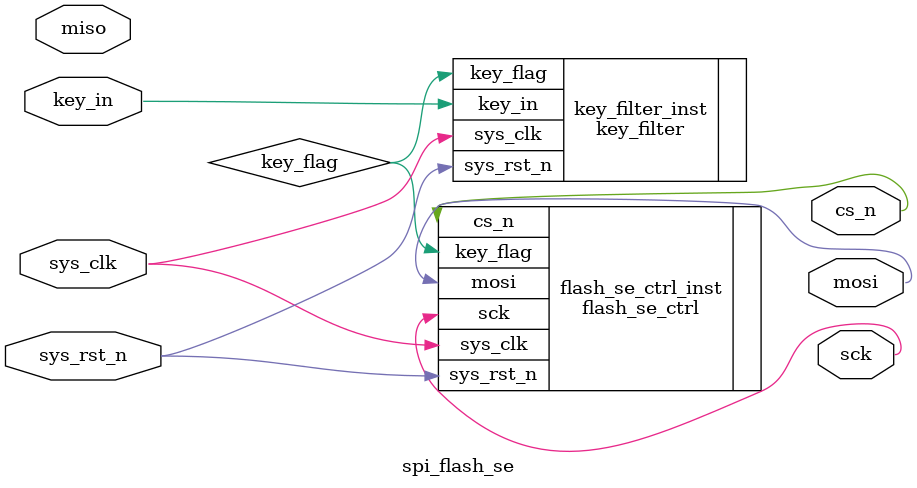
<source format=v>
module  spi_flash_se
(
    input   wire            sys_clk     ,
    input   wire            sys_rst_n   ,
    input   wire            key_in      ,
    input   wire            miso        ,

    output  wire            cs_n        ,
    output  wire            sck         ,
    output  wire            mosi
);

wire    key_flag;

key_filter
#(
    .CNT_MAX (20'd999_999)
)
key_filter_inst
(
    .sys_clk    (sys_clk),
    .sys_rst_n  (sys_rst_n),
    .key_in     (key_in),

    .key_flag   (key_flag)
);

flash_se_ctrl   flash_se_ctrl_inst
(
    .sys_clk     (sys_clk),
    .sys_rst_n   (sys_rst_n),
    .key_flag    (key_flag),

    .cs_n        (cs_n),
    .sck         (sck),
    .mosi        (mosi)
);



endmodule

</source>
